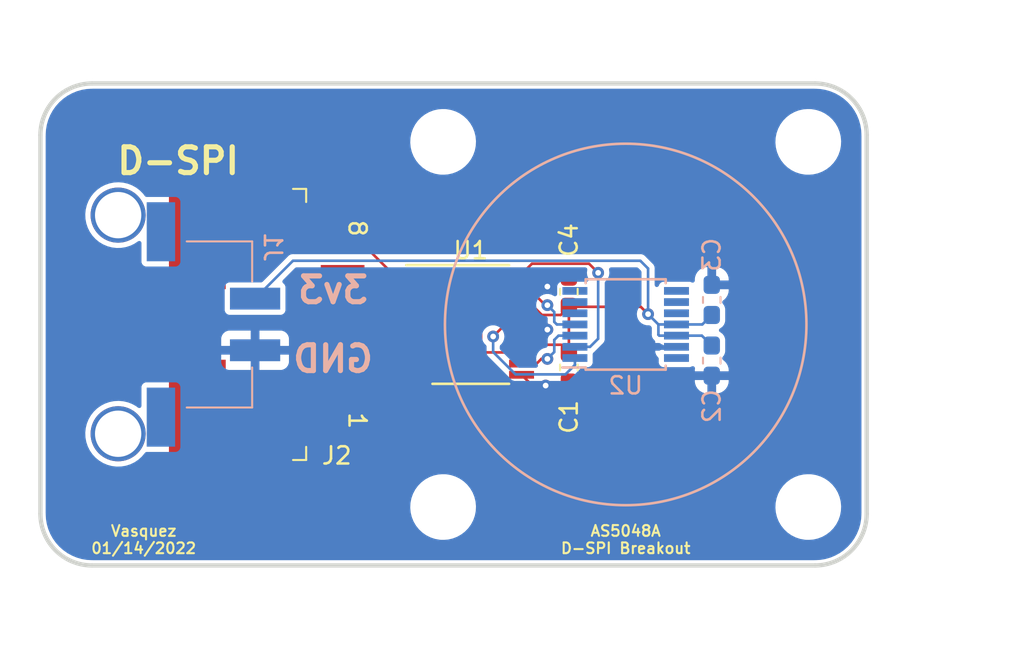
<source format=kicad_pcb>
(kicad_pcb (version 20211014) (generator pcbnew)
  (layers (0 "F.Cu" signal) (31 "B.Cu" signal) (36 "B.SilkS" user "B.Silkscreen") (37 "F.SilkS" user "F.Silkscreen") (38 "B.Mask" user) (39 "F.Mask" user) (44 "Edge.Cuts" user))
  (net 0 "")
  (net 1 "+3V3")
  (net 2 "GND")
  (net 3 "Net-(J2-Pad1)")
  (net 4 "Net-(J2-Pad2)")
  (net 5 "Net-(J2-Pad3)")
  (net 6 "Net-(J2-Pad4)")
  (net 7 "Net-(J2-Pad5)")
  (net 8 "Net-(J2-Pad6)")
  (net 9 "Net-(J2-Pad7)")
  (net 10 "Net-(J2-Pad8)")
  (net 13 "/MISO")
  (net 15 "/CSx")
  (net 16 "/MOSI")
  (net 17 "/SCK")
  (footprint "Capacitor_SMD:C_0603_1608Metric_Pad1.05x0.95mm_HandSolder" (layer "F.Cu") (at 132.7 106.37868 -90)
    (fp_text reference "C1" (at 2.875 0 90) (layer "F.SilkS"))
    (fp_text value "10uF")
    (fp_line (start -0.171267 -0.51) (end 0.171267 -0.51) (layer "F.SilkS") (width 0.12))
    (fp_line (start -0.171267 0.51) (end 0.171267 0.51) (layer "F.SilkS") (width 0.12))
    (pad "1" smd roundrect locked (at -0.875 0 270) (size 1.05 0.95) (layers "F.Cu" "F.Paste" "F.Mask") (net 1 "+3V3"))
    (pad "2" smd roundrect locked (at 0.875 0 270) (size 1.05 0.95) (layers "F.Cu" "F.Paste" "F.Mask") (net 2 "GND"))
  )
  (footprint "Package_SO:TSSOP-20_4.4x6.5mm_P0.65mm" (layer "F.Cu") (at 127 103.87868)
    (fp_text reference "U1" (at 0 -4.3) (layer "F.SilkS"))
    (fp_text value "SN65LVDT14")
    (fp_line (start -2.225 3.45) (end 2.225 3.45) (layer "F.SilkS") (width 0.15))
    (fp_line (start -3.75 -3.45) (end 2.225 -3.45) (layer "F.SilkS") (width 0.15))
    (pad "1" smd rect locked (at -2.95 -2.925) (size 1.45 0.45) (layers "F.Cu" "F.Paste" "F.Mask") (net 10 "Net-(J2-Pad8)"))
    (pad "2" smd rect locked (at -2.95 -2.275) (size 1.45 0.45) (layers "F.Cu" "F.Paste" "F.Mask") (net 9 "Net-(J2-Pad7)"))
    (pad "3" smd rect locked (at -2.95 -1.625) (size 1.45 0.45) (layers "F.Cu" "F.Paste" "F.Mask") (net 8 "Net-(J2-Pad6)"))
    (pad "4" smd rect locked (at -2.95 -0.975) (size 1.45 0.45) (layers "F.Cu" "F.Paste" "F.Mask") (net 7 "Net-(J2-Pad5)"))
    (pad "5" smd rect locked (at -2.95 -0.325) (size 1.45 0.45) (layers "F.Cu" "F.Paste" "F.Mask") (net 6 "Net-(J2-Pad4)"))
    (pad "6" smd rect locked (at -2.95 0.325) (size 1.45 0.45) (layers "F.Cu" "F.Paste" "F.Mask") (net 5 "Net-(J2-Pad3)"))
    (pad "7" smd rect locked (at -2.95 0.975) (size 1.45 0.45) (layers "F.Cu" "F.Paste" "F.Mask"))
    (pad "8" smd rect locked (at -2.95 1.625) (size 1.45 0.45) (layers "F.Cu" "F.Paste" "F.Mask"))
    (pad "9" smd rect locked (at -2.95 2.275) (size 1.45 0.45) (layers "F.Cu" "F.Paste" "F.Mask") (net 4 "Net-(J2-Pad2)"))
    (pad "10" smd rect locked (at -2.95 2.925) (size 1.45 0.45) (layers "F.Cu" "F.Paste" "F.Mask") (net 3 "Net-(J2-Pad1)"))
    (pad "11" smd rect locked (at 2.95 2.925) (size 1.45 0.45) (layers "F.Cu" "F.Paste" "F.Mask") (net 2 "GND"))
    (pad "12" smd rect locked (at 2.95 2.275) (size 1.45 0.45) (layers "F.Cu" "F.Paste" "F.Mask") (net 13 "/MISO"))
    (pad "13" smd rect locked (at 2.95 1.625) (size 1.45 0.45) (layers "F.Cu" "F.Paste" "F.Mask") (net 1 "+3V3"))
    (pad "14" smd rect locked (at 2.95 0.975) (size 1.45 0.45) (layers "F.Cu" "F.Paste" "F.Mask"))
    (pad "15" smd rect locked (at 2.95 0.325) (size 1.45 0.45) (layers "F.Cu" "F.Paste" "F.Mask") (net 2 "GND"))
    (pad "16" smd rect locked (at 2.95 -0.325) (size 1.45 0.45) (layers "F.Cu" "F.Paste" "F.Mask") (net 15 "/CSx"))
    (pad "17" smd rect locked (at 2.95 -0.975) (size 1.45 0.45) (layers "F.Cu" "F.Paste" "F.Mask") (net 1 "+3V3"))
    (pad "18" smd rect locked (at 2.95 -1.625) (size 1.45 0.45) (layers "F.Cu" "F.Paste" "F.Mask") (net 16 "/MOSI"))
    (pad "19" smd rect locked (at 2.95 -2.275) (size 1.45 0.45) (layers "F.Cu" "F.Paste" "F.Mask") (net 2 "GND"))
    (pad "20" smd rect locked (at 2.95 -2.925) (size 1.45 0.45) (layers "F.Cu" "F.Paste" "F.Mask") (net 17 "/SCK"))
  )
  (footprint "Capacitor_SMD:C_0603_1608Metric_Pad1.05x0.95mm_HandSolder" (layer "F.Cu") (at 132.7 101.97868 90)
    (fp_text reference "C4" (at 3 0 90) (layer "F.SilkS"))
    (fp_text value "0.1uF")
    (fp_line (start -0.171267 -0.51) (end 0.171267 -0.51) (layer "F.SilkS") (width 0.12))
    (fp_line (start -0.171267 0.51) (end 0.171267 0.51) (layer "F.SilkS") (width 0.12))
    (pad "1" smd roundrect locked (at -0.875 0 90) (size 1.05 0.95) (layers "F.Cu" "F.Paste" "F.Mask") (net 1 "+3V3"))
    (pad "2" smd roundrect locked (at 0.875 0 90) (size 1.05 0.95) (layers "F.Cu" "F.Paste" "F.Mask") (net 2 "GND"))
  )
  (footprint "MountingHole:MountingHole_3.2mm_M3_DIN965" (layer "F.Cu") (at 146.606602 114.485282)
    (fp_text reference "REF**")
    (fp_text value "MountingHole_3.2mm_M3_DIN965")
    (pad "" np_thru_hole circle locked (at 0 0) (size 3.2 3.2) (drill 3.2) (layers *.Cu *.Mask))
  )
  (footprint "MountingHole:MountingHole_3.2mm_M3_DIN965" (layer "F.Cu") (at 146.606602 93.272078)
    (fp_text reference "REF**")
    (fp_text value "MountingHole_3.2mm_M3_DIN965")
    (pad "" np_thru_hole circle locked (at 0 0) (size 3.2 3.2) (drill 3.2) (layers *.Cu *.Mask))
  )
  (footprint "MountingHole:MountingHole_3.2mm_M3_DIN965" (layer "F.Cu") (at 125.393398 114.485282)
    (fp_text reference "REF**")
    (fp_text value "MountingHole_3.2mm_M3_DIN965")
    (pad "" np_thru_hole circle locked (at 0 0) (size 3.2 3.2) (drill 3.2) (layers *.Cu *.Mask))
  )
  (footprint "MountingHole:MountingHole_3.2mm_M3_DIN965" (layer "F.Cu") (at 125.393398 93.272078)
    (fp_text reference "REF**")
    (fp_text value "MountingHole_3.2mm_M3_DIN965")
    (pad "" np_thru_hole circle locked (at 0 0) (size 3.2 3.2) (drill 3.2) (layers *.Cu *.Mask))
  )
  (footprint "kicad_component_library:RJ45_Amphenol_SMD_RJSSE-5080-01T" (layer "F.Cu") (at 110 103.87868 -90)
    (fp_text reference "J2" (at 7.62 -9.215 unlocked) (layer "F.SilkS"))
    (fp_text value "8P8C")
    (fp_text user "1" (at 5.588 -10.414 -90 unlocked) (layer "F.SilkS"))
    (fp_text user "8" (at -5.588 -10.414 -90 unlocked) (layer "F.SilkS"))
    (fp_line (start -7.874 -7.437) (end -7.112 -7.437) (layer "F.SilkS") (width 0.12))
    (fp_line (start 7.874 -7.437) (end 7.874 -6.675) (layer "F.SilkS") (width 0.12))
    (fp_line (start 7.874 -7.437) (end 7.112 -7.437) (layer "F.SilkS") (width 0.12))
    (fp_line (start -7.874 -7.437) (end -7.874 -6.675) (layer "F.SilkS") (width 0.12))
    (pad "" np_thru_hole circle (at -6.35 3.485 270) (size 3.2 3.2) (drill 2.69) (layers F&B.Cu *.Mask))
    (pad "" smd rect (at 5.16 -1.115 270) (size 6.22 3.3) (layers "F.Cu" "F.Paste" "F.Mask"))
    (pad "" np_thru_hole circle (at 6.35 3.485 270) (size 3.2 3.2) (drill 2.69) (layers F&B.Cu *.Mask))
    (pad "" smd rect (at -5.16 -1.115 270) (size 6.22 3.3) (layers "F.Cu" "F.Paste" "F.Mask"))
    (pad "1" smd rect (at 4.445 -9.555 270) (size 0.56 2.54) (layers "F.Cu" "F.Paste" "F.Mask") (net 3 "Net-(J2-Pad1)"))
    (pad "2" smd rect (at 3.175 -9.555 270) (size 0.56 2.54) (layers "F.Cu" "F.Paste" "F.Mask") (net 4 "Net-(J2-Pad2)"))
    (pad "3" smd rect (at 1.905 -9.555 270) (size 0.56 2.54) (layers "F.Cu" "F.Paste" "F.Mask") (net 5 "Net-(J2-Pad3)"))
    (pad "4" smd rect (at 0.635 -9.555 270) (size 0.56 2.54) (layers "F.Cu" "F.Paste" "F.Mask") (net 6 "Net-(J2-Pad4)"))
    (pad "5" smd rect (at -0.635 -9.555 270) (size 0.56 2.54) (layers "F.Cu" "F.Paste" "F.Mask") (net 7 "Net-(J2-Pad5)"))
    (pad "6" smd rect (at -1.905 -9.555 270) (size 0.56 2.54) (layers "F.Cu" "F.Paste" "F.Mask") (net 8 "Net-(J2-Pad6)"))
    (pad "7" smd rect (at -3.175 -9.555 270) (size 0.56 2.54) (layers "F.Cu" "F.Paste" "F.Mask") (net 9 "Net-(J2-Pad7)"))
    (pad "8" smd rect (at -4.445 -9.555 270) (size 0.56 2.54) (layers "F.Cu" "F.Paste" "F.Mask") (net 10 "Net-(J2-Pad8)"))
  )
  (footprint "Capacitor_SMD:C_0603_1608Metric_Pad1.05x0.95mm_HandSolder" (layer "B.Cu") (at 141 102.45368 90)
    (fp_text reference "C3" (at 2.625 0 90) (layer "B.SilkS") (effects (justify mirror)))
    (fp_text value "10uF")
    (fp_line (start -0.171267 0.51) (end 0.171267 0.51) (layer "B.SilkS") (width 0.12))
    (fp_line (start -0.171267 -0.51) (end 0.171267 -0.51) (layer "B.SilkS") (width 0.12))
    (pad "1" smd roundrect locked (at -0.875 0 90) (size 1.05 0.95) (layers "B.Cu" "B.Paste" "B.Mask") (net 1 "+3V3"))
    (pad "2" smd roundrect locked (at 0.875 0 90) (size 1.05 0.95) (layers "B.Cu" "B.Paste" "B.Mask") (net 2 "GND"))
  )
  (footprint "kicad_component_library:Molex_Micro-Fit_3.0_43650-0212_1x02_P3.00mm" (layer "B.Cu") (at 109 103.87868 90)
    (fp_text reference "J1" (at 4.5 6.5 270 unlocked) (layer "B.SilkS") (effects (justify mirror)))
    (fp_text value "Conn_01x02")
    (fp_line (start 2.5 5.3) (end 4.825 5.3) (layer "B.SilkS") (width 0.12))
    (fp_line (start -4.825 5.3) (end -2.5 5.3) (layer "B.SilkS") (width 0.12))
    (fp_line (start 4.825 5.3) (end 4.825 1.5) (layer "B.SilkS") (width 0.12))
    (fp_line (start -4.825 5.3) (end -4.825 1.5) (layer "B.SilkS") (width 0.12))
    (pad "" smd rect (at -5.385 0 90) (size 3.43 1.65) (layers "B.Cu" "B.Paste" "B.Mask"))
    (pad "" smd rect (at 5.385 0 90) (size 3.43 1.65) (layers "B.Cu" "B.Paste" "B.Mask"))
    (pad "1" smd rect (at 1.5 5.47 90) (size 1.27 2.92) (layers "B.Cu" "B.Paste" "B.Mask") (net 1 "+3V3"))
    (pad "2" smd rect (at -1.5 5.47 90) (size 1.27 2.92) (layers "B.Cu" "B.Paste" "B.Mask") (net 2 "GND"))
  )
  (footprint "Capacitor_SMD:C_0603_1608Metric_Pad1.05x0.95mm_HandSolder" (layer "B.Cu") (at 141 105.97868 -90)
    (fp_text reference "C2" (at 2.65 0 90) (layer "B.SilkS") (effects (justify mirror)))
    (fp_text value "0.1uF")
    (fp_line (start -0.171267 0.51) (end 0.171267 0.51) (layer "B.SilkS") (width 0.12))
    (fp_line (start -0.171267 -0.51) (end 0.171267 -0.51) (layer "B.SilkS") (width 0.12))
    (pad "1" smd roundrect locked (at -0.875 0 270) (size 1.05 0.95) (layers "B.Cu" "B.Paste" "B.Mask") (net 1 "+3V3"))
    (pad "2" smd roundrect locked (at 0.875 0 270) (size 1.05 0.95) (layers "B.Cu" "B.Paste" "B.Mask") (net 2 "GND"))
  )
  (footprint "Package_SO:TSSOP-14_4.4x5mm_P0.65mm" (layer "B.Cu") (at 136 103.87868)
    (fp_text reference "U2" (at 0 3.55) (layer "B.SilkS") (effects (justify mirror)))
    (fp_text value "AS5048A")
    (fp_line (start -2.325 -2.625) (end -2.325 -2.4) (layer "B.SilkS") (width 0.15))
    (fp_line (start 2.325 2.625) (end 2.325 2.4) (layer "B.SilkS") (width 0.15))
    (fp_line (start 2.325 -2.625) (end 2.325 -2.4) (layer "B.SilkS") (width 0.15))
    (fp_line (start -2.325 -2.625) (end 2.325 -2.625) (layer "B.SilkS") (width 0.15))
    (fp_line (start -2.325 2.625) (end 2.325 2.625) (layer "B.SilkS") (width 0.15))
    (fp_line (start -2.325 2.5) (end -3.675 2.5) (layer "B.SilkS") (width 0.15))
    (fp_line (start -2.325 2.625) (end -2.325 2.5) (layer "B.SilkS") (width 0.15))
    (pad "1" smd rect locked (at -2.95 1.95) (size 1.45 0.45) (layers "B.Cu" "B.Paste" "B.Mask") (net 15 "/CSx"))
    (pad "2" smd rect locked (at -2.95 1.3) (size 1.45 0.45) (layers "B.Cu" "B.Paste" "B.Mask") (net 17 "/SCK"))
    (pad "3" smd rect locked (at -2.95 0.65) (size 1.45 0.45) (layers "B.Cu" "B.Paste" "B.Mask") (net 13 "/MISO"))
    (pad "4" smd rect locked (at -2.95 0) (size 1.45 0.45) (layers "B.Cu" "B.Paste" "B.Mask") (net 16 "/MOSI"))
    (pad "5" smd rect locked (at -2.95 -0.65) (size 1.45 0.45) (layers "B.Cu" "B.Paste" "B.Mask"))
    (pad "6" smd rect locked (at -2.95 -1.3) (size 1.45 0.45) (layers "B.Cu" "B.Paste" "B.Mask"))
    (pad "7" smd rect locked (at -2.95 -1.95) (size 1.45 0.45) (layers "B.Cu" "B.Paste" "B.Mask"))
    (pad "8" smd rect locked (at 2.95 -1.95) (size 1.45 0.45) (layers "B.Cu" "B.Paste" "B.Mask"))
    (pad "9" smd rect locked (at 2.95 -1.3) (size 1.45 0.45) (layers "B.Cu" "B.Paste" "B.Mask"))
    (pad "10" smd rect locked (at 2.95 -0.65) (size 1.45 0.45) (layers "B.Cu" "B.Paste" "B.Mask"))
    (pad "11" smd rect locked (at 2.95 0) (size 1.45 0.45) (layers "B.Cu" "B.Paste" "B.Mask") (net 1 "+3V3"))
    (pad "12" smd rect locked (at 2.95 0.65) (size 1.45 0.45) (layers "B.Cu" "B.Paste" "B.Mask") (net 1 "+3V3"))
    (pad "13" smd rect locked (at 2.95 1.3) (size 1.45 0.45) (layers "B.Cu" "B.Paste" "B.Mask") (net 2 "GND"))
    (pad "14" smd rect locked (at 2.95 1.95) (size 1.45 0.45) (layers "B.Cu" "B.Paste" "B.Mask"))
  )
  (gr_circle (center 136 103.87868) (end 146.5 103.87868) (layer "B.SilkS") (width 0.15) (fill none))
  (gr_line (start 105 117.87868) (end 147 117.87868) (layer "Edge.Cuts") (width 0.25))
  (gr_line (start 150 114.87868) (end 150 92.87868) (layer "Edge.Cuts") (width 0.25))
  (gr_arc (start 147 89.87868) (mid 149.12132 90.75736) (end 150 92.87868) (layer "Edge.Cuts") (width 0.25))
  (gr_arc (start 150 114.87868) (mid 149.12132 117) (end 147 117.87868) (layer "Edge.Cuts") (width 0.25))
  (gr_arc (start 105 117.87868) (mid 102.87868 117) (end 102 114.87868) (layer "Edge.Cuts") (width 0.25))
  (gr_arc (start 102 92.87868) (mid 102.87868 90.75736) (end 105 89.87868) (layer "Edge.Cuts") (width 0.25))
  (gr_line (start 102 92.87868) (end 102 114.87868) (layer "Edge.Cuts") (width 0.25))
  (gr_line (start 147 89.87868) (end 105 89.87868) (layer "Edge.Cuts") (width 0.25))
  (gr_text "GND" (at 119 105.87868) (layer "B.SilkS") (effects (font (size 1.5 1.5) (thickness 0.3)) (justify mirror)))
  (gr_text "3v3" (at 119 101.87868) (layer "B.SilkS") (effects (font (size 1.5 1.5) (thickness 0.3)) (justify mirror)))
  (gr_text "D-SPI" (at 110 94.37868) (layer "F.SilkS") (effects (font (size 1.5 1.5) (thickness 0.3))))
  (gr_text "Vasquez\n01/14/2022" (at 108 116.37868) (layer "F.SilkS") (effects (font (size 0.625 0.625) (thickness 0.12))))
  (gr_text "AS5048A\nD-SPI Breakout" (at 136 116.37868) (layer "F.SilkS") (effects (font (size 0.625 0.625) (thickness 0.12))))
  (segment (start 132.253989 105.057669) (end 131.152233 105.057669) (width 0.1524) (layer "F.Cu") (net 1))
  (segment (start 127.6 105.27868) (end 127.6 103.17868) (width 0.1524) (layer "F.Cu") (net 1))
  (segment (start 132.225 103.32868) (end 131.131222 103.32868) (width 0.1524) (layer "F.Cu") (net 1))
  (segment (start 129.95 105.50368) (end 127.825 105.50368) (width 0.1524) (layer "F.Cu") (net 1))
  (segment (start 130.706222 102.90368) (end 129.95 102.90368) (width 0.1524) (layer "F.Cu") (net 1))
  (segment (start 131.152233 105.057669) (end 130.706222 105.50368) (width 0.1524) (layer "F.Cu") (net 1))
  (segment (start 127.825 105.50368) (end 127.6 105.27868) (width 0.1524) (layer "F.Cu") (net 1))
  (segment (start 131.131222 103.32868) (end 130.706222 102.90368) (width 0.1524) (layer "F.Cu") (net 1))
  (segment (start 132.7 105.50368) (end 132.253989 105.057669) (width 0.1524) (layer "F.Cu") (net 1))
  (segment (start 130.706222 105.50368) (end 129.95 105.50368) (width 0.1524) (layer "F.Cu") (net 1))
  (segment (start 132.7 102.85368) (end 136.875 102.85368) (width 0.1524) (layer "F.Cu") (net 1))
  (segment (start 132.7 102.85368) (end 132.225 103.32868) (width 0.1524) (layer "F.Cu") (net 1))
  (segment (start 132.7 105.50368) (end 132.7 102.85368) (width 0.1524) (layer "F.Cu") (net 1))
  (segment (start 127.6 103.17868) (end 127.875 102.90368) (width 0.1524) (layer "F.Cu") (net 1))
  (segment (start 136.875 102.85368) (end 137.3 103.27868) (width 0.1524) (layer "F.Cu") (net 1))
  (segment (start 127.875 102.90368) (end 129.95 102.90368) (width 0.1524) (layer "F.Cu") (net 1))
  (via (at 137.3 103.27868) (size 0.6858) (drill 0.3302) (layers "F.Cu" "B.Cu") (net 1))
  (segment (start 140.45 103.87868) (end 141 103.32868) (width 0.1524) (layer "B.Cu") (net 1))
  (segment (start 136.85 100.17868) (end 137.3 100.62868) (width 0.1524) (layer "B.Cu") (net 1))
  (segment (start 137.9 104.47868) (end 137.9 103.87868) (width 0.1524) (layer "B.Cu") (net 1))
  (segment (start 138.95 103.87868) (end 140.45 103.87868) (width 0.1524) (layer "B.Cu") (net 1))
  (segment (start 114.47 102.37868) (end 116.67 100.17868) (width 0.1524) (layer "B.Cu") (net 1))
  (segment (start 137.95 104.52868) (end 137.9 104.47868) (width 0.1524) (layer "B.Cu") (net 1))
  (segment (start 140.425 104.52868) (end 138.95 104.52868) (width 0.1524) (layer "B.Cu") (net 1))
  (segment (start 137.3 103.27868) (end 137.9 103.87868) (width 0.1524) (layer "B.Cu") (net 1))
  (segment (start 138.95 104.52868) (end 137.95 104.52868) (width 0.1524) (layer "B.Cu") (net 1))
  (segment (start 141 105.10368) (end 140.425 104.52868) (width 0.1524) (layer "B.Cu") (net 1))
  (segment (start 137.9 103.87868) (end 138.95 103.87868) (width 0.1524) (layer "B.Cu") (net 1))
  (segment (start 116.67 100.17868) (end 136.85 100.17868) (width 0.1524) (layer "B.Cu") (net 1))
  (segment (start 137.3 100.62868) (end 137.3 103.27868) (width 0.1524) (layer "B.Cu") (net 1))
  (segment (start 132.7 107.25368) (end 132.525 107.42868) (width 0.1524) (layer "F.Cu") (net 2))
  (segment (start 131.45 104.17868) (end 131.425 104.20368) (width 0.1524) (layer "F.Cu") (net 2))
  (segment (start 131.375 101.60368) (end 129.95 101.60368) (width 0.1524) (layer "F.Cu") (net 2))
  (segment (start 132.025 101.10368) (end 132.7 101.10368) (width 0.1524) (layer "F.Cu") (net 2))
  (segment (start 132.525 107.42868) (end 131.35 107.42868) (width 0.1524) (layer "F.Cu") (net 2))
  (segment (start 131.45 101.67868) (end 132.025 101.10368) (width 0.1524) (layer "F.Cu") (net 2))
  (segment (start 131.425 104.20368) (end 129.95 104.20368) (width 0.1524) (layer "F.Cu") (net 2))
  (segment (start 130.575 107.42868) (end 131.35 107.42868) (width 0.1524) (layer "F.Cu") (net 2))
  (segment (start 129.95 106.80368) (end 130.575 107.42868) (width 0.1524) (layer "F.Cu") (net 2))
  (segment (start 131.45 101.67868) (end 131.375 101.60368) (width 0.1524) (layer "F.Cu") (net 2))
  (via (at 131.35 107.42868) (size 0.6858) (drill 0.3302) (layers "F.Cu" "B.Cu") (net 2))
  (via (at 131.45 104.17868) (size 0.6858) (drill 0.3302) (layers "F.Cu" "B.Cu") (net 2))
  (via (at 131.45 101.67868) (size 0.6858) (drill 0.3302) (layers "F.Cu" "B.Cu") (net 2))
  (segment (start 131.4 107.47868) (end 131.35 107.42868) (width 0.1524) (layer "B.Cu") (net 2))
  (segment (start 135.2 107.47868) (end 131.4 107.47868) (width 0.1524) (layer "B.Cu") (net 2))
  (segment (start 138.85 105.27868) (end 137.4 105.27868) (width 0.1524) (layer "B.Cu") (net 2))
  (segment (start 138.95 105.17868) (end 138.85 105.27868) (width 0.1524) (layer "B.Cu") (net 2))
  (segment (start 137.4 105.27868) (end 135.2 107.47868) (width 0.1524) (layer "B.Cu") (net 2))
  (segment (start 122.225 106.80368) (end 124.05 106.80368) (width 0.1524) (layer "F.Cu") (net 3))
  (segment (start 120.705 108.32368) (end 122.225 106.80368) (width 0.1524) (layer "F.Cu") (net 3))
  (segment (start 119.555 108.32368) (end 120.705 108.32368) (width 0.1524) (layer "F.Cu") (net 3))
  (segment (start 121.275 107.05368) (end 122.175 106.15368) (width 0.1524) (layer "F.Cu") (net 4))
  (segment (start 119.555 107.05368) (end 121.275 107.05368) (width 0.1524) (layer "F.Cu") (net 4))
  (segment (start 122.175 106.15368) (end 124.05 106.15368) (width 0.1524) (layer "F.Cu") (net 4))
  (segment (start 119.555 105.78368) (end 120.945 105.78368) (width 0.1524) (layer "F.Cu") (net 5))
  (segment (start 122.525 104.20368) (end 124.05 104.20368) (width 0.1524) (layer "F.Cu") (net 5))
  (segment (start 120.945 105.78368) (end 122.525 104.20368) (width 0.1524) (layer "F.Cu") (net 5))
  (segment (start 122.2 103.55368) (end 124.05 103.55368) (width 0.1524) (layer "F.Cu") (net 6))
  (segment (start 119.555 104.51368) (end 121.24 104.51368) (width 0.1524) (layer "F.Cu") (net 6))
  (segment (start 121.24 104.51368) (end 122.2 103.55368) (width 0.1524) (layer "F.Cu") (net 6))
  (segment (start 121.285 103.24368) (end 121.625 102.90368) (width 0.1524) (layer "F.Cu") (net 7))
  (segment (start 121.625 102.90368) (end 124.05 102.90368) (width 0.1524) (layer "F.Cu") (net 7))
  (segment (start 119.555 103.24368) (end 121.285 103.24368) (width 0.1524) (layer "F.Cu") (net 7))
  (segment (start 121.345 101.97368) (end 121.625 102.25368) (width 0.1524) (layer "F.Cu") (net 8))
  (segment (start 121.625 102.25368) (end 124.05 102.25368) (width 0.1524) (layer "F.Cu") (net 8))
  (segment (start 119.555 101.97368) (end 121.345 101.97368) (width 0.1524) (layer "F.Cu") (net 8))
  (segment (start 119.555 100.70368) (end 121.325 100.70368) (width 0.1524) (layer "F.Cu") (net 9))
  (segment (start 122.225 101.60368) (end 124.05 101.60368) (width 0.1524) (layer "F.Cu") (net 9))
  (segment (start 121.325 100.70368) (end 122.225 101.60368) (width 0.1524) (layer "F.Cu") (net 9))
  (segment (start 122.475 100.95368) (end 124.05 100.95368) (width 0.1524) (layer "F.Cu") (net 10))
  (segment (start 120.955 99.43368) (end 122.475 100.95368) (width 0.1524) (layer "F.Cu") (net 10))
  (segment (start 119.555 99.43368) (end 120.955 99.43368) (width 0.1524) (layer "F.Cu") (net 10))
  (segment (start 130.8274 106.15368) (end 129.95 106.15368) (width 0.1524) (layer "F.Cu") (net 13))
  (segment (start 131.1024 105.87868) (end 130.8274 106.15368) (width 0.1524) (layer "F.Cu") (net 13))
  (segment (start 131.45 105.87868) (end 131.1024 105.87868) (width 0.1524) (layer "F.Cu") (net 13))
  (via (at 131.45 105.87868) (size 0.6858) (drill 0.3302) (layers "F.Cu" "B.Cu") (net 13))
  (segment (start 131.85 104.77868) (end 132.1 104.52868) (width 0.1524) (layer "B.Cu") (net 13))
  (segment (start 131.85 105.47868) (end 131.85 104.77868) (width 0.1524) (layer "B.Cu") (net 13))
  (segment (start 132.1 104.52868) (end 133.05 104.52868) (width 0.1524) (layer "B.Cu") (net 13))
  (segment (start 131.45 105.87868) (end 131.85 105.47868) (width 0.1524) (layer "B.Cu") (net 13))
  (segment (start 128.3 104.57868) (end 129.325 103.55368) (width 0.1524) (layer "F.Cu") (net 15))
  (segment (start 129.325 103.55368) (end 129.95 103.55368) (width 0.1524) (layer "F.Cu") (net 15))
  (via (at 128.3 104.57868) (size 0.6858) (drill 0.3302) (layers "F.Cu" "B.Cu") (net 15))
  (segment (start 128.3 105.47868) (end 129.6 106.77868) (width 0.1524) (layer "B.Cu") (net 15))
  (segment (start 132.5 106.77868) (end 133.05 106.22868) (width 0.1524) (layer "B.Cu") (net 15))
  (segment (start 133.05 106.22868) (end 133.05 105.82868) (width 0.1524) (layer "B.Cu") (net 15))
  (segment (start 129.6 106.77868) (end 132.5 106.77868) (width 0.1524) (layer "B.Cu") (net 15))
  (segment (start 128.3 104.57868) (end 128.3 105.47868) (width 0.1524) (layer "B.Cu") (net 15))
  (segment (start 131.45 102.75768) (end 131.3314 102.75768) (width 0.1524) (layer "F.Cu") (net 16))
  (segment (start 130.8274 102.25368) (end 129.95 102.25368) (width 0.1524) (layer "F.Cu") (net 16))
  (segment (start 131.3314 102.75768) (end 130.8274 102.25368) (width 0.1524) (layer "F.Cu") (net 16))
  (via (at 131.45 102.75768) (size 0.6858) (drill 0.3302) (layers "F.Cu" "B.Cu") (net 16))
  (segment (start 131.85 103.72868) (end 132 103.87868) (width 0.1524) (layer "B.Cu") (net 16))
  (segment (start 131.85 103.15768) (end 131.85 103.72868) (width 0.1524) (layer "B.Cu") (net 16))
  (segment (start 131.45 102.75768) (end 131.85 103.15768) (width 0.1524) (layer "B.Cu") (net 16))
  (segment (start 132 103.87868) (end 133.05 103.87868) (width 0.1524) (layer "B.Cu") (net 16))
  (segment (start 133.87188 100.35056) (end 134.4 100.87868) (width 0.1524) (layer "F.Cu") (net 17))
  (segment (start 130.55312 100.35056) (end 133.87188 100.35056) (width 0.1524) (layer "F.Cu") (net 17))
  (segment (start 129.95 100.95368) (end 130.55312 100.35056) (width 0.1524) (layer "F.Cu") (net 17))
  (via (at 134.4 100.87868) (size 0.6858) (drill 0.3302) (layers "F.Cu" "B.Cu") (net 17))
  (segment (start 134.4 100.87868) (end 134.4 104.70608) (width 0.1524) (layer "B.Cu") (net 17))
  (segment (start 133.9274 105.17868) (end 133.05 105.17868) (width 0.1524) (layer "B.Cu") (net 17))
  (segment (start 134.4 104.70608) (end 133.9274 105.17868) (width 0.1524) (layer "B.Cu") (net 17))
  (zone (net 2) (net_name "GND") (layer "B.Cu") (name "GND Plane") (connect_pads (clearance 0.3048)) (min_thickness 0.254) (fill yes (thermal_gap 0.508) (thermal_bridge_width 0.508))
    (polygon (pts (xy 150 117.87868) (xy 102 117.87868) (xy 102 89.87868) (xy 150 89.87868)))
  )
)
</source>
